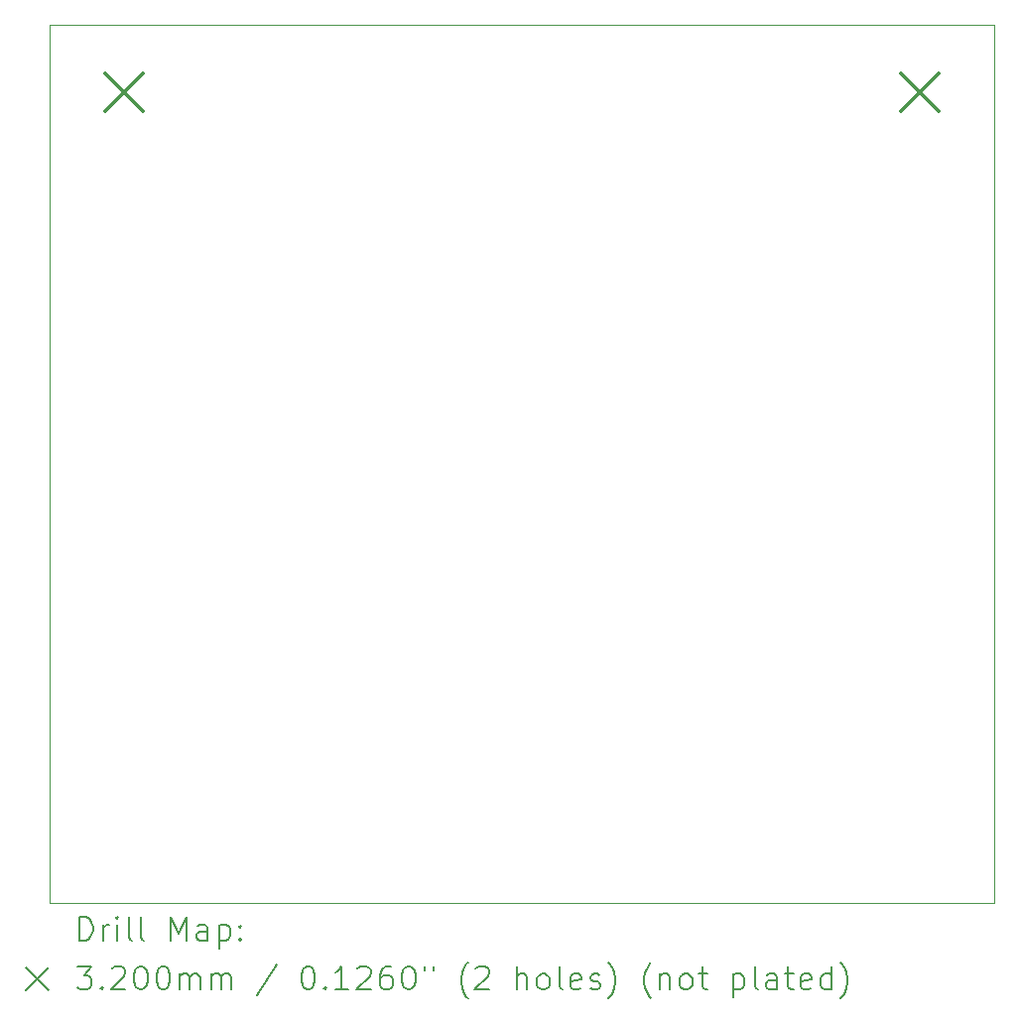
<source format=gbr>
%TF.GenerationSoftware,KiCad,Pcbnew,7.0.10*%
%TF.CreationDate,2025-08-30T15:35:16+01:00*%
%TF.ProjectId,VC_ADSR_D80-R,56435f41-4453-4525-9f44-38302d522e6b,rev?*%
%TF.SameCoordinates,Original*%
%TF.FileFunction,Drillmap*%
%TF.FilePolarity,Positive*%
%FSLAX45Y45*%
G04 Gerber Fmt 4.5, Leading zero omitted, Abs format (unit mm)*
G04 Created by KiCad (PCBNEW 7.0.10) date 2025-08-30 15:35:16*
%MOMM*%
%LPD*%
G01*
G04 APERTURE LIST*
%ADD10C,0.100000*%
%ADD11C,0.200000*%
%ADD12C,0.320000*%
G04 APERTURE END LIST*
D10*
X7429500Y-6604000D02*
X15494000Y-6604000D01*
X15494000Y-14097000D01*
X7429500Y-14097000D01*
X7429500Y-6604000D01*
D11*
D12*
X7904500Y-7015500D02*
X8224500Y-7335500D01*
X8224500Y-7015500D02*
X7904500Y-7335500D01*
X14699000Y-7015500D02*
X15019000Y-7335500D01*
X15019000Y-7015500D02*
X14699000Y-7335500D01*
D11*
X7685277Y-14413484D02*
X7685277Y-14213484D01*
X7685277Y-14213484D02*
X7732896Y-14213484D01*
X7732896Y-14213484D02*
X7761467Y-14223008D01*
X7761467Y-14223008D02*
X7780515Y-14242055D01*
X7780515Y-14242055D02*
X7790039Y-14261103D01*
X7790039Y-14261103D02*
X7799562Y-14299198D01*
X7799562Y-14299198D02*
X7799562Y-14327769D01*
X7799562Y-14327769D02*
X7790039Y-14365865D01*
X7790039Y-14365865D02*
X7780515Y-14384912D01*
X7780515Y-14384912D02*
X7761467Y-14403960D01*
X7761467Y-14403960D02*
X7732896Y-14413484D01*
X7732896Y-14413484D02*
X7685277Y-14413484D01*
X7885277Y-14413484D02*
X7885277Y-14280150D01*
X7885277Y-14318246D02*
X7894801Y-14299198D01*
X7894801Y-14299198D02*
X7904324Y-14289674D01*
X7904324Y-14289674D02*
X7923372Y-14280150D01*
X7923372Y-14280150D02*
X7942420Y-14280150D01*
X8009086Y-14413484D02*
X8009086Y-14280150D01*
X8009086Y-14213484D02*
X7999562Y-14223008D01*
X7999562Y-14223008D02*
X8009086Y-14232531D01*
X8009086Y-14232531D02*
X8018610Y-14223008D01*
X8018610Y-14223008D02*
X8009086Y-14213484D01*
X8009086Y-14213484D02*
X8009086Y-14232531D01*
X8132896Y-14413484D02*
X8113848Y-14403960D01*
X8113848Y-14403960D02*
X8104324Y-14384912D01*
X8104324Y-14384912D02*
X8104324Y-14213484D01*
X8237658Y-14413484D02*
X8218610Y-14403960D01*
X8218610Y-14403960D02*
X8209086Y-14384912D01*
X8209086Y-14384912D02*
X8209086Y-14213484D01*
X8466229Y-14413484D02*
X8466229Y-14213484D01*
X8466229Y-14213484D02*
X8532896Y-14356341D01*
X8532896Y-14356341D02*
X8599563Y-14213484D01*
X8599563Y-14213484D02*
X8599563Y-14413484D01*
X8780515Y-14413484D02*
X8780515Y-14308722D01*
X8780515Y-14308722D02*
X8770991Y-14289674D01*
X8770991Y-14289674D02*
X8751944Y-14280150D01*
X8751944Y-14280150D02*
X8713848Y-14280150D01*
X8713848Y-14280150D02*
X8694801Y-14289674D01*
X8780515Y-14403960D02*
X8761467Y-14413484D01*
X8761467Y-14413484D02*
X8713848Y-14413484D01*
X8713848Y-14413484D02*
X8694801Y-14403960D01*
X8694801Y-14403960D02*
X8685277Y-14384912D01*
X8685277Y-14384912D02*
X8685277Y-14365865D01*
X8685277Y-14365865D02*
X8694801Y-14346817D01*
X8694801Y-14346817D02*
X8713848Y-14337293D01*
X8713848Y-14337293D02*
X8761467Y-14337293D01*
X8761467Y-14337293D02*
X8780515Y-14327769D01*
X8875753Y-14280150D02*
X8875753Y-14480150D01*
X8875753Y-14289674D02*
X8894801Y-14280150D01*
X8894801Y-14280150D02*
X8932896Y-14280150D01*
X8932896Y-14280150D02*
X8951944Y-14289674D01*
X8951944Y-14289674D02*
X8961467Y-14299198D01*
X8961467Y-14299198D02*
X8970991Y-14318246D01*
X8970991Y-14318246D02*
X8970991Y-14375388D01*
X8970991Y-14375388D02*
X8961467Y-14394436D01*
X8961467Y-14394436D02*
X8951944Y-14403960D01*
X8951944Y-14403960D02*
X8932896Y-14413484D01*
X8932896Y-14413484D02*
X8894801Y-14413484D01*
X8894801Y-14413484D02*
X8875753Y-14403960D01*
X9056705Y-14394436D02*
X9066229Y-14403960D01*
X9066229Y-14403960D02*
X9056705Y-14413484D01*
X9056705Y-14413484D02*
X9047182Y-14403960D01*
X9047182Y-14403960D02*
X9056705Y-14394436D01*
X9056705Y-14394436D02*
X9056705Y-14413484D01*
X9056705Y-14289674D02*
X9066229Y-14299198D01*
X9066229Y-14299198D02*
X9056705Y-14308722D01*
X9056705Y-14308722D02*
X9047182Y-14299198D01*
X9047182Y-14299198D02*
X9056705Y-14289674D01*
X9056705Y-14289674D02*
X9056705Y-14308722D01*
X7224500Y-14642000D02*
X7424500Y-14842000D01*
X7424500Y-14642000D02*
X7224500Y-14842000D01*
X7666229Y-14633484D02*
X7790039Y-14633484D01*
X7790039Y-14633484D02*
X7723372Y-14709674D01*
X7723372Y-14709674D02*
X7751943Y-14709674D01*
X7751943Y-14709674D02*
X7770991Y-14719198D01*
X7770991Y-14719198D02*
X7780515Y-14728722D01*
X7780515Y-14728722D02*
X7790039Y-14747769D01*
X7790039Y-14747769D02*
X7790039Y-14795388D01*
X7790039Y-14795388D02*
X7780515Y-14814436D01*
X7780515Y-14814436D02*
X7770991Y-14823960D01*
X7770991Y-14823960D02*
X7751943Y-14833484D01*
X7751943Y-14833484D02*
X7694801Y-14833484D01*
X7694801Y-14833484D02*
X7675753Y-14823960D01*
X7675753Y-14823960D02*
X7666229Y-14814436D01*
X7875753Y-14814436D02*
X7885277Y-14823960D01*
X7885277Y-14823960D02*
X7875753Y-14833484D01*
X7875753Y-14833484D02*
X7866229Y-14823960D01*
X7866229Y-14823960D02*
X7875753Y-14814436D01*
X7875753Y-14814436D02*
X7875753Y-14833484D01*
X7961467Y-14652531D02*
X7970991Y-14643008D01*
X7970991Y-14643008D02*
X7990039Y-14633484D01*
X7990039Y-14633484D02*
X8037658Y-14633484D01*
X8037658Y-14633484D02*
X8056705Y-14643008D01*
X8056705Y-14643008D02*
X8066229Y-14652531D01*
X8066229Y-14652531D02*
X8075753Y-14671579D01*
X8075753Y-14671579D02*
X8075753Y-14690627D01*
X8075753Y-14690627D02*
X8066229Y-14719198D01*
X8066229Y-14719198D02*
X7951943Y-14833484D01*
X7951943Y-14833484D02*
X8075753Y-14833484D01*
X8199562Y-14633484D02*
X8218610Y-14633484D01*
X8218610Y-14633484D02*
X8237658Y-14643008D01*
X8237658Y-14643008D02*
X8247182Y-14652531D01*
X8247182Y-14652531D02*
X8256705Y-14671579D01*
X8256705Y-14671579D02*
X8266229Y-14709674D01*
X8266229Y-14709674D02*
X8266229Y-14757293D01*
X8266229Y-14757293D02*
X8256705Y-14795388D01*
X8256705Y-14795388D02*
X8247182Y-14814436D01*
X8247182Y-14814436D02*
X8237658Y-14823960D01*
X8237658Y-14823960D02*
X8218610Y-14833484D01*
X8218610Y-14833484D02*
X8199562Y-14833484D01*
X8199562Y-14833484D02*
X8180515Y-14823960D01*
X8180515Y-14823960D02*
X8170991Y-14814436D01*
X8170991Y-14814436D02*
X8161467Y-14795388D01*
X8161467Y-14795388D02*
X8151943Y-14757293D01*
X8151943Y-14757293D02*
X8151943Y-14709674D01*
X8151943Y-14709674D02*
X8161467Y-14671579D01*
X8161467Y-14671579D02*
X8170991Y-14652531D01*
X8170991Y-14652531D02*
X8180515Y-14643008D01*
X8180515Y-14643008D02*
X8199562Y-14633484D01*
X8390039Y-14633484D02*
X8409086Y-14633484D01*
X8409086Y-14633484D02*
X8428134Y-14643008D01*
X8428134Y-14643008D02*
X8437658Y-14652531D01*
X8437658Y-14652531D02*
X8447182Y-14671579D01*
X8447182Y-14671579D02*
X8456705Y-14709674D01*
X8456705Y-14709674D02*
X8456705Y-14757293D01*
X8456705Y-14757293D02*
X8447182Y-14795388D01*
X8447182Y-14795388D02*
X8437658Y-14814436D01*
X8437658Y-14814436D02*
X8428134Y-14823960D01*
X8428134Y-14823960D02*
X8409086Y-14833484D01*
X8409086Y-14833484D02*
X8390039Y-14833484D01*
X8390039Y-14833484D02*
X8370991Y-14823960D01*
X8370991Y-14823960D02*
X8361467Y-14814436D01*
X8361467Y-14814436D02*
X8351943Y-14795388D01*
X8351943Y-14795388D02*
X8342420Y-14757293D01*
X8342420Y-14757293D02*
X8342420Y-14709674D01*
X8342420Y-14709674D02*
X8351943Y-14671579D01*
X8351943Y-14671579D02*
X8361467Y-14652531D01*
X8361467Y-14652531D02*
X8370991Y-14643008D01*
X8370991Y-14643008D02*
X8390039Y-14633484D01*
X8542420Y-14833484D02*
X8542420Y-14700150D01*
X8542420Y-14719198D02*
X8551944Y-14709674D01*
X8551944Y-14709674D02*
X8570991Y-14700150D01*
X8570991Y-14700150D02*
X8599563Y-14700150D01*
X8599563Y-14700150D02*
X8618610Y-14709674D01*
X8618610Y-14709674D02*
X8628134Y-14728722D01*
X8628134Y-14728722D02*
X8628134Y-14833484D01*
X8628134Y-14728722D02*
X8637658Y-14709674D01*
X8637658Y-14709674D02*
X8656705Y-14700150D01*
X8656705Y-14700150D02*
X8685277Y-14700150D01*
X8685277Y-14700150D02*
X8704325Y-14709674D01*
X8704325Y-14709674D02*
X8713848Y-14728722D01*
X8713848Y-14728722D02*
X8713848Y-14833484D01*
X8809086Y-14833484D02*
X8809086Y-14700150D01*
X8809086Y-14719198D02*
X8818610Y-14709674D01*
X8818610Y-14709674D02*
X8837658Y-14700150D01*
X8837658Y-14700150D02*
X8866229Y-14700150D01*
X8866229Y-14700150D02*
X8885277Y-14709674D01*
X8885277Y-14709674D02*
X8894801Y-14728722D01*
X8894801Y-14728722D02*
X8894801Y-14833484D01*
X8894801Y-14728722D02*
X8904325Y-14709674D01*
X8904325Y-14709674D02*
X8923372Y-14700150D01*
X8923372Y-14700150D02*
X8951944Y-14700150D01*
X8951944Y-14700150D02*
X8970991Y-14709674D01*
X8970991Y-14709674D02*
X8980515Y-14728722D01*
X8980515Y-14728722D02*
X8980515Y-14833484D01*
X9370991Y-14623960D02*
X9199563Y-14881103D01*
X9628134Y-14633484D02*
X9647182Y-14633484D01*
X9647182Y-14633484D02*
X9666229Y-14643008D01*
X9666229Y-14643008D02*
X9675753Y-14652531D01*
X9675753Y-14652531D02*
X9685277Y-14671579D01*
X9685277Y-14671579D02*
X9694801Y-14709674D01*
X9694801Y-14709674D02*
X9694801Y-14757293D01*
X9694801Y-14757293D02*
X9685277Y-14795388D01*
X9685277Y-14795388D02*
X9675753Y-14814436D01*
X9675753Y-14814436D02*
X9666229Y-14823960D01*
X9666229Y-14823960D02*
X9647182Y-14833484D01*
X9647182Y-14833484D02*
X9628134Y-14833484D01*
X9628134Y-14833484D02*
X9609087Y-14823960D01*
X9609087Y-14823960D02*
X9599563Y-14814436D01*
X9599563Y-14814436D02*
X9590039Y-14795388D01*
X9590039Y-14795388D02*
X9580515Y-14757293D01*
X9580515Y-14757293D02*
X9580515Y-14709674D01*
X9580515Y-14709674D02*
X9590039Y-14671579D01*
X9590039Y-14671579D02*
X9599563Y-14652531D01*
X9599563Y-14652531D02*
X9609087Y-14643008D01*
X9609087Y-14643008D02*
X9628134Y-14633484D01*
X9780515Y-14814436D02*
X9790039Y-14823960D01*
X9790039Y-14823960D02*
X9780515Y-14833484D01*
X9780515Y-14833484D02*
X9770991Y-14823960D01*
X9770991Y-14823960D02*
X9780515Y-14814436D01*
X9780515Y-14814436D02*
X9780515Y-14833484D01*
X9980515Y-14833484D02*
X9866229Y-14833484D01*
X9923372Y-14833484D02*
X9923372Y-14633484D01*
X9923372Y-14633484D02*
X9904325Y-14662055D01*
X9904325Y-14662055D02*
X9885277Y-14681103D01*
X9885277Y-14681103D02*
X9866229Y-14690627D01*
X10056706Y-14652531D02*
X10066229Y-14643008D01*
X10066229Y-14643008D02*
X10085277Y-14633484D01*
X10085277Y-14633484D02*
X10132896Y-14633484D01*
X10132896Y-14633484D02*
X10151944Y-14643008D01*
X10151944Y-14643008D02*
X10161468Y-14652531D01*
X10161468Y-14652531D02*
X10170991Y-14671579D01*
X10170991Y-14671579D02*
X10170991Y-14690627D01*
X10170991Y-14690627D02*
X10161468Y-14719198D01*
X10161468Y-14719198D02*
X10047182Y-14833484D01*
X10047182Y-14833484D02*
X10170991Y-14833484D01*
X10342420Y-14633484D02*
X10304325Y-14633484D01*
X10304325Y-14633484D02*
X10285277Y-14643008D01*
X10285277Y-14643008D02*
X10275753Y-14652531D01*
X10275753Y-14652531D02*
X10256706Y-14681103D01*
X10256706Y-14681103D02*
X10247182Y-14719198D01*
X10247182Y-14719198D02*
X10247182Y-14795388D01*
X10247182Y-14795388D02*
X10256706Y-14814436D01*
X10256706Y-14814436D02*
X10266229Y-14823960D01*
X10266229Y-14823960D02*
X10285277Y-14833484D01*
X10285277Y-14833484D02*
X10323372Y-14833484D01*
X10323372Y-14833484D02*
X10342420Y-14823960D01*
X10342420Y-14823960D02*
X10351944Y-14814436D01*
X10351944Y-14814436D02*
X10361468Y-14795388D01*
X10361468Y-14795388D02*
X10361468Y-14747769D01*
X10361468Y-14747769D02*
X10351944Y-14728722D01*
X10351944Y-14728722D02*
X10342420Y-14719198D01*
X10342420Y-14719198D02*
X10323372Y-14709674D01*
X10323372Y-14709674D02*
X10285277Y-14709674D01*
X10285277Y-14709674D02*
X10266229Y-14719198D01*
X10266229Y-14719198D02*
X10256706Y-14728722D01*
X10256706Y-14728722D02*
X10247182Y-14747769D01*
X10485277Y-14633484D02*
X10504325Y-14633484D01*
X10504325Y-14633484D02*
X10523372Y-14643008D01*
X10523372Y-14643008D02*
X10532896Y-14652531D01*
X10532896Y-14652531D02*
X10542420Y-14671579D01*
X10542420Y-14671579D02*
X10551944Y-14709674D01*
X10551944Y-14709674D02*
X10551944Y-14757293D01*
X10551944Y-14757293D02*
X10542420Y-14795388D01*
X10542420Y-14795388D02*
X10532896Y-14814436D01*
X10532896Y-14814436D02*
X10523372Y-14823960D01*
X10523372Y-14823960D02*
X10504325Y-14833484D01*
X10504325Y-14833484D02*
X10485277Y-14833484D01*
X10485277Y-14833484D02*
X10466229Y-14823960D01*
X10466229Y-14823960D02*
X10456706Y-14814436D01*
X10456706Y-14814436D02*
X10447182Y-14795388D01*
X10447182Y-14795388D02*
X10437658Y-14757293D01*
X10437658Y-14757293D02*
X10437658Y-14709674D01*
X10437658Y-14709674D02*
X10447182Y-14671579D01*
X10447182Y-14671579D02*
X10456706Y-14652531D01*
X10456706Y-14652531D02*
X10466229Y-14643008D01*
X10466229Y-14643008D02*
X10485277Y-14633484D01*
X10628134Y-14633484D02*
X10628134Y-14671579D01*
X10704325Y-14633484D02*
X10704325Y-14671579D01*
X10999563Y-14909674D02*
X10990039Y-14900150D01*
X10990039Y-14900150D02*
X10970991Y-14871579D01*
X10970991Y-14871579D02*
X10961468Y-14852531D01*
X10961468Y-14852531D02*
X10951944Y-14823960D01*
X10951944Y-14823960D02*
X10942420Y-14776341D01*
X10942420Y-14776341D02*
X10942420Y-14738246D01*
X10942420Y-14738246D02*
X10951944Y-14690627D01*
X10951944Y-14690627D02*
X10961468Y-14662055D01*
X10961468Y-14662055D02*
X10970991Y-14643008D01*
X10970991Y-14643008D02*
X10990039Y-14614436D01*
X10990039Y-14614436D02*
X10999563Y-14604912D01*
X11066230Y-14652531D02*
X11075753Y-14643008D01*
X11075753Y-14643008D02*
X11094801Y-14633484D01*
X11094801Y-14633484D02*
X11142420Y-14633484D01*
X11142420Y-14633484D02*
X11161468Y-14643008D01*
X11161468Y-14643008D02*
X11170991Y-14652531D01*
X11170991Y-14652531D02*
X11180515Y-14671579D01*
X11180515Y-14671579D02*
X11180515Y-14690627D01*
X11180515Y-14690627D02*
X11170991Y-14719198D01*
X11170991Y-14719198D02*
X11056706Y-14833484D01*
X11056706Y-14833484D02*
X11180515Y-14833484D01*
X11418610Y-14833484D02*
X11418610Y-14633484D01*
X11504325Y-14833484D02*
X11504325Y-14728722D01*
X11504325Y-14728722D02*
X11494801Y-14709674D01*
X11494801Y-14709674D02*
X11475753Y-14700150D01*
X11475753Y-14700150D02*
X11447182Y-14700150D01*
X11447182Y-14700150D02*
X11428134Y-14709674D01*
X11428134Y-14709674D02*
X11418610Y-14719198D01*
X11628134Y-14833484D02*
X11609087Y-14823960D01*
X11609087Y-14823960D02*
X11599563Y-14814436D01*
X11599563Y-14814436D02*
X11590039Y-14795388D01*
X11590039Y-14795388D02*
X11590039Y-14738246D01*
X11590039Y-14738246D02*
X11599563Y-14719198D01*
X11599563Y-14719198D02*
X11609087Y-14709674D01*
X11609087Y-14709674D02*
X11628134Y-14700150D01*
X11628134Y-14700150D02*
X11656706Y-14700150D01*
X11656706Y-14700150D02*
X11675753Y-14709674D01*
X11675753Y-14709674D02*
X11685277Y-14719198D01*
X11685277Y-14719198D02*
X11694801Y-14738246D01*
X11694801Y-14738246D02*
X11694801Y-14795388D01*
X11694801Y-14795388D02*
X11685277Y-14814436D01*
X11685277Y-14814436D02*
X11675753Y-14823960D01*
X11675753Y-14823960D02*
X11656706Y-14833484D01*
X11656706Y-14833484D02*
X11628134Y-14833484D01*
X11809087Y-14833484D02*
X11790039Y-14823960D01*
X11790039Y-14823960D02*
X11780515Y-14804912D01*
X11780515Y-14804912D02*
X11780515Y-14633484D01*
X11961468Y-14823960D02*
X11942420Y-14833484D01*
X11942420Y-14833484D02*
X11904325Y-14833484D01*
X11904325Y-14833484D02*
X11885277Y-14823960D01*
X11885277Y-14823960D02*
X11875753Y-14804912D01*
X11875753Y-14804912D02*
X11875753Y-14728722D01*
X11875753Y-14728722D02*
X11885277Y-14709674D01*
X11885277Y-14709674D02*
X11904325Y-14700150D01*
X11904325Y-14700150D02*
X11942420Y-14700150D01*
X11942420Y-14700150D02*
X11961468Y-14709674D01*
X11961468Y-14709674D02*
X11970991Y-14728722D01*
X11970991Y-14728722D02*
X11970991Y-14747769D01*
X11970991Y-14747769D02*
X11875753Y-14766817D01*
X12047182Y-14823960D02*
X12066230Y-14833484D01*
X12066230Y-14833484D02*
X12104325Y-14833484D01*
X12104325Y-14833484D02*
X12123372Y-14823960D01*
X12123372Y-14823960D02*
X12132896Y-14804912D01*
X12132896Y-14804912D02*
X12132896Y-14795388D01*
X12132896Y-14795388D02*
X12123372Y-14776341D01*
X12123372Y-14776341D02*
X12104325Y-14766817D01*
X12104325Y-14766817D02*
X12075753Y-14766817D01*
X12075753Y-14766817D02*
X12056706Y-14757293D01*
X12056706Y-14757293D02*
X12047182Y-14738246D01*
X12047182Y-14738246D02*
X12047182Y-14728722D01*
X12047182Y-14728722D02*
X12056706Y-14709674D01*
X12056706Y-14709674D02*
X12075753Y-14700150D01*
X12075753Y-14700150D02*
X12104325Y-14700150D01*
X12104325Y-14700150D02*
X12123372Y-14709674D01*
X12199563Y-14909674D02*
X12209087Y-14900150D01*
X12209087Y-14900150D02*
X12228134Y-14871579D01*
X12228134Y-14871579D02*
X12237658Y-14852531D01*
X12237658Y-14852531D02*
X12247182Y-14823960D01*
X12247182Y-14823960D02*
X12256706Y-14776341D01*
X12256706Y-14776341D02*
X12256706Y-14738246D01*
X12256706Y-14738246D02*
X12247182Y-14690627D01*
X12247182Y-14690627D02*
X12237658Y-14662055D01*
X12237658Y-14662055D02*
X12228134Y-14643008D01*
X12228134Y-14643008D02*
X12209087Y-14614436D01*
X12209087Y-14614436D02*
X12199563Y-14604912D01*
X12561468Y-14909674D02*
X12551944Y-14900150D01*
X12551944Y-14900150D02*
X12532896Y-14871579D01*
X12532896Y-14871579D02*
X12523372Y-14852531D01*
X12523372Y-14852531D02*
X12513849Y-14823960D01*
X12513849Y-14823960D02*
X12504325Y-14776341D01*
X12504325Y-14776341D02*
X12504325Y-14738246D01*
X12504325Y-14738246D02*
X12513849Y-14690627D01*
X12513849Y-14690627D02*
X12523372Y-14662055D01*
X12523372Y-14662055D02*
X12532896Y-14643008D01*
X12532896Y-14643008D02*
X12551944Y-14614436D01*
X12551944Y-14614436D02*
X12561468Y-14604912D01*
X12637658Y-14700150D02*
X12637658Y-14833484D01*
X12637658Y-14719198D02*
X12647182Y-14709674D01*
X12647182Y-14709674D02*
X12666230Y-14700150D01*
X12666230Y-14700150D02*
X12694801Y-14700150D01*
X12694801Y-14700150D02*
X12713849Y-14709674D01*
X12713849Y-14709674D02*
X12723372Y-14728722D01*
X12723372Y-14728722D02*
X12723372Y-14833484D01*
X12847182Y-14833484D02*
X12828134Y-14823960D01*
X12828134Y-14823960D02*
X12818611Y-14814436D01*
X12818611Y-14814436D02*
X12809087Y-14795388D01*
X12809087Y-14795388D02*
X12809087Y-14738246D01*
X12809087Y-14738246D02*
X12818611Y-14719198D01*
X12818611Y-14719198D02*
X12828134Y-14709674D01*
X12828134Y-14709674D02*
X12847182Y-14700150D01*
X12847182Y-14700150D02*
X12875753Y-14700150D01*
X12875753Y-14700150D02*
X12894801Y-14709674D01*
X12894801Y-14709674D02*
X12904325Y-14719198D01*
X12904325Y-14719198D02*
X12913849Y-14738246D01*
X12913849Y-14738246D02*
X12913849Y-14795388D01*
X12913849Y-14795388D02*
X12904325Y-14814436D01*
X12904325Y-14814436D02*
X12894801Y-14823960D01*
X12894801Y-14823960D02*
X12875753Y-14833484D01*
X12875753Y-14833484D02*
X12847182Y-14833484D01*
X12970992Y-14700150D02*
X13047182Y-14700150D01*
X12999563Y-14633484D02*
X12999563Y-14804912D01*
X12999563Y-14804912D02*
X13009087Y-14823960D01*
X13009087Y-14823960D02*
X13028134Y-14833484D01*
X13028134Y-14833484D02*
X13047182Y-14833484D01*
X13266230Y-14700150D02*
X13266230Y-14900150D01*
X13266230Y-14709674D02*
X13285277Y-14700150D01*
X13285277Y-14700150D02*
X13323373Y-14700150D01*
X13323373Y-14700150D02*
X13342420Y-14709674D01*
X13342420Y-14709674D02*
X13351944Y-14719198D01*
X13351944Y-14719198D02*
X13361468Y-14738246D01*
X13361468Y-14738246D02*
X13361468Y-14795388D01*
X13361468Y-14795388D02*
X13351944Y-14814436D01*
X13351944Y-14814436D02*
X13342420Y-14823960D01*
X13342420Y-14823960D02*
X13323373Y-14833484D01*
X13323373Y-14833484D02*
X13285277Y-14833484D01*
X13285277Y-14833484D02*
X13266230Y-14823960D01*
X13475753Y-14833484D02*
X13456706Y-14823960D01*
X13456706Y-14823960D02*
X13447182Y-14804912D01*
X13447182Y-14804912D02*
X13447182Y-14633484D01*
X13637658Y-14833484D02*
X13637658Y-14728722D01*
X13637658Y-14728722D02*
X13628134Y-14709674D01*
X13628134Y-14709674D02*
X13609087Y-14700150D01*
X13609087Y-14700150D02*
X13570992Y-14700150D01*
X13570992Y-14700150D02*
X13551944Y-14709674D01*
X13637658Y-14823960D02*
X13618611Y-14833484D01*
X13618611Y-14833484D02*
X13570992Y-14833484D01*
X13570992Y-14833484D02*
X13551944Y-14823960D01*
X13551944Y-14823960D02*
X13542420Y-14804912D01*
X13542420Y-14804912D02*
X13542420Y-14785865D01*
X13542420Y-14785865D02*
X13551944Y-14766817D01*
X13551944Y-14766817D02*
X13570992Y-14757293D01*
X13570992Y-14757293D02*
X13618611Y-14757293D01*
X13618611Y-14757293D02*
X13637658Y-14747769D01*
X13704325Y-14700150D02*
X13780515Y-14700150D01*
X13732896Y-14633484D02*
X13732896Y-14804912D01*
X13732896Y-14804912D02*
X13742420Y-14823960D01*
X13742420Y-14823960D02*
X13761468Y-14833484D01*
X13761468Y-14833484D02*
X13780515Y-14833484D01*
X13923373Y-14823960D02*
X13904325Y-14833484D01*
X13904325Y-14833484D02*
X13866230Y-14833484D01*
X13866230Y-14833484D02*
X13847182Y-14823960D01*
X13847182Y-14823960D02*
X13837658Y-14804912D01*
X13837658Y-14804912D02*
X13837658Y-14728722D01*
X13837658Y-14728722D02*
X13847182Y-14709674D01*
X13847182Y-14709674D02*
X13866230Y-14700150D01*
X13866230Y-14700150D02*
X13904325Y-14700150D01*
X13904325Y-14700150D02*
X13923373Y-14709674D01*
X13923373Y-14709674D02*
X13932896Y-14728722D01*
X13932896Y-14728722D02*
X13932896Y-14747769D01*
X13932896Y-14747769D02*
X13837658Y-14766817D01*
X14104325Y-14833484D02*
X14104325Y-14633484D01*
X14104325Y-14823960D02*
X14085277Y-14833484D01*
X14085277Y-14833484D02*
X14047182Y-14833484D01*
X14047182Y-14833484D02*
X14028134Y-14823960D01*
X14028134Y-14823960D02*
X14018611Y-14814436D01*
X14018611Y-14814436D02*
X14009087Y-14795388D01*
X14009087Y-14795388D02*
X14009087Y-14738246D01*
X14009087Y-14738246D02*
X14018611Y-14719198D01*
X14018611Y-14719198D02*
X14028134Y-14709674D01*
X14028134Y-14709674D02*
X14047182Y-14700150D01*
X14047182Y-14700150D02*
X14085277Y-14700150D01*
X14085277Y-14700150D02*
X14104325Y-14709674D01*
X14180515Y-14909674D02*
X14190039Y-14900150D01*
X14190039Y-14900150D02*
X14209087Y-14871579D01*
X14209087Y-14871579D02*
X14218611Y-14852531D01*
X14218611Y-14852531D02*
X14228134Y-14823960D01*
X14228134Y-14823960D02*
X14237658Y-14776341D01*
X14237658Y-14776341D02*
X14237658Y-14738246D01*
X14237658Y-14738246D02*
X14228134Y-14690627D01*
X14228134Y-14690627D02*
X14218611Y-14662055D01*
X14218611Y-14662055D02*
X14209087Y-14643008D01*
X14209087Y-14643008D02*
X14190039Y-14614436D01*
X14190039Y-14614436D02*
X14180515Y-14604912D01*
M02*

</source>
